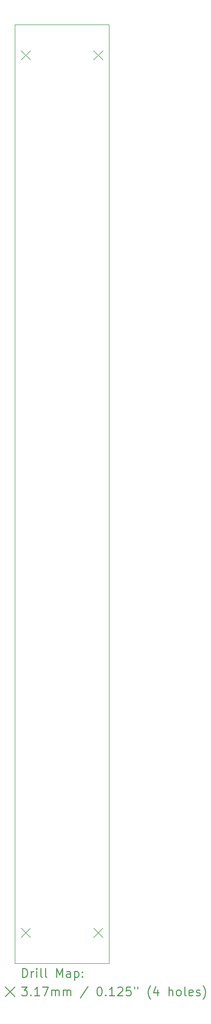
<source format=gbr>
%FSLAX45Y45*%
G04 Gerber Fmt 4.5, Leading zero omitted, Abs format (unit mm)*
G04 Created by KiCad (PCBNEW 4.0.7) date Tue Jul 24 07:38:59 2018*
%MOMM*%
%LPD*%
G01*
G04 APERTURE LIST*
%ADD10C,0.127000*%
%ADD11C,0.150000*%
%ADD12C,0.200000*%
%ADD13C,0.300000*%
G04 APERTURE END LIST*
D10*
D11*
X8100000Y-32050000D02*
X11340000Y-32050000D01*
X8100000Y50000D02*
X11340000Y50000D01*
X11340000Y50000D02*
X11340000Y-32050000D01*
X8100000Y50000D02*
X8100000Y-32050000D01*
D12*
X8316010Y-841250D02*
X8633510Y-1158750D01*
X8633510Y-841250D02*
X8316010Y-1158750D01*
X8316010Y-30841250D02*
X8633510Y-31158750D01*
X8633510Y-30841250D02*
X8316010Y-31158750D01*
X10805250Y-841250D02*
X11122750Y-1158750D01*
X11122750Y-841250D02*
X10805250Y-1158750D01*
X10805250Y-30841250D02*
X11122750Y-31158750D01*
X11122750Y-30841250D02*
X10805250Y-31158750D01*
D13*
X8363928Y-32523214D02*
X8363928Y-32223214D01*
X8435357Y-32223214D01*
X8478214Y-32237500D01*
X8506786Y-32266071D01*
X8521071Y-32294643D01*
X8535357Y-32351786D01*
X8535357Y-32394643D01*
X8521071Y-32451786D01*
X8506786Y-32480357D01*
X8478214Y-32508929D01*
X8435357Y-32523214D01*
X8363928Y-32523214D01*
X8663929Y-32523214D02*
X8663929Y-32323214D01*
X8663929Y-32380357D02*
X8678214Y-32351786D01*
X8692500Y-32337500D01*
X8721071Y-32323214D01*
X8749643Y-32323214D01*
X8849643Y-32523214D02*
X8849643Y-32323214D01*
X8849643Y-32223214D02*
X8835357Y-32237500D01*
X8849643Y-32251786D01*
X8863929Y-32237500D01*
X8849643Y-32223214D01*
X8849643Y-32251786D01*
X9035357Y-32523214D02*
X9006786Y-32508929D01*
X8992500Y-32480357D01*
X8992500Y-32223214D01*
X9192500Y-32523214D02*
X9163929Y-32508929D01*
X9149643Y-32480357D01*
X9149643Y-32223214D01*
X9535357Y-32523214D02*
X9535357Y-32223214D01*
X9635357Y-32437500D01*
X9735357Y-32223214D01*
X9735357Y-32523214D01*
X10006786Y-32523214D02*
X10006786Y-32366071D01*
X9992500Y-32337500D01*
X9963929Y-32323214D01*
X9906786Y-32323214D01*
X9878214Y-32337500D01*
X10006786Y-32508929D02*
X9978214Y-32523214D01*
X9906786Y-32523214D01*
X9878214Y-32508929D01*
X9863929Y-32480357D01*
X9863929Y-32451786D01*
X9878214Y-32423214D01*
X9906786Y-32408929D01*
X9978214Y-32408929D01*
X10006786Y-32394643D01*
X10149643Y-32323214D02*
X10149643Y-32623214D01*
X10149643Y-32337500D02*
X10178214Y-32323214D01*
X10235357Y-32323214D01*
X10263929Y-32337500D01*
X10278214Y-32351786D01*
X10292500Y-32380357D01*
X10292500Y-32466071D01*
X10278214Y-32494643D01*
X10263929Y-32508929D01*
X10235357Y-32523214D01*
X10178214Y-32523214D01*
X10149643Y-32508929D01*
X10421071Y-32494643D02*
X10435357Y-32508929D01*
X10421071Y-32523214D01*
X10406786Y-32508929D01*
X10421071Y-32494643D01*
X10421071Y-32523214D01*
X10421071Y-32337500D02*
X10435357Y-32351786D01*
X10421071Y-32366071D01*
X10406786Y-32351786D01*
X10421071Y-32337500D01*
X10421071Y-32366071D01*
X7775000Y-32858750D02*
X8092500Y-33176250D01*
X8092500Y-32858750D02*
X7775000Y-33176250D01*
X8335357Y-32853214D02*
X8521071Y-32853214D01*
X8421071Y-32967500D01*
X8463929Y-32967500D01*
X8492500Y-32981786D01*
X8506786Y-32996071D01*
X8521071Y-33024643D01*
X8521071Y-33096071D01*
X8506786Y-33124643D01*
X8492500Y-33138929D01*
X8463929Y-33153214D01*
X8378214Y-33153214D01*
X8349643Y-33138929D01*
X8335357Y-33124643D01*
X8649643Y-33124643D02*
X8663929Y-33138929D01*
X8649643Y-33153214D01*
X8635357Y-33138929D01*
X8649643Y-33124643D01*
X8649643Y-33153214D01*
X8949643Y-33153214D02*
X8778214Y-33153214D01*
X8863928Y-33153214D02*
X8863928Y-32853214D01*
X8835357Y-32896071D01*
X8806786Y-32924643D01*
X8778214Y-32938929D01*
X9049643Y-32853214D02*
X9249643Y-32853214D01*
X9121071Y-33153214D01*
X9363929Y-33153214D02*
X9363929Y-32953214D01*
X9363929Y-32981786D02*
X9378214Y-32967500D01*
X9406786Y-32953214D01*
X9449643Y-32953214D01*
X9478214Y-32967500D01*
X9492500Y-32996071D01*
X9492500Y-33153214D01*
X9492500Y-32996071D02*
X9506786Y-32967500D01*
X9535357Y-32953214D01*
X9578214Y-32953214D01*
X9606786Y-32967500D01*
X9621071Y-32996071D01*
X9621071Y-33153214D01*
X9763929Y-33153214D02*
X9763929Y-32953214D01*
X9763929Y-32981786D02*
X9778214Y-32967500D01*
X9806786Y-32953214D01*
X9849643Y-32953214D01*
X9878214Y-32967500D01*
X9892500Y-32996071D01*
X9892500Y-33153214D01*
X9892500Y-32996071D02*
X9906786Y-32967500D01*
X9935357Y-32953214D01*
X9978214Y-32953214D01*
X10006786Y-32967500D01*
X10021071Y-32996071D01*
X10021071Y-33153214D01*
X10606786Y-32838929D02*
X10349643Y-33224643D01*
X10992500Y-32853214D02*
X11021071Y-32853214D01*
X11049643Y-32867500D01*
X11063928Y-32881786D01*
X11078214Y-32910357D01*
X11092500Y-32967500D01*
X11092500Y-33038929D01*
X11078214Y-33096071D01*
X11063928Y-33124643D01*
X11049643Y-33138929D01*
X11021071Y-33153214D01*
X10992500Y-33153214D01*
X10963928Y-33138929D01*
X10949643Y-33124643D01*
X10935357Y-33096071D01*
X10921071Y-33038929D01*
X10921071Y-32967500D01*
X10935357Y-32910357D01*
X10949643Y-32881786D01*
X10963928Y-32867500D01*
X10992500Y-32853214D01*
X11221071Y-33124643D02*
X11235357Y-33138929D01*
X11221071Y-33153214D01*
X11206786Y-33138929D01*
X11221071Y-33124643D01*
X11221071Y-33153214D01*
X11521071Y-33153214D02*
X11349643Y-33153214D01*
X11435357Y-33153214D02*
X11435357Y-32853214D01*
X11406785Y-32896071D01*
X11378214Y-32924643D01*
X11349643Y-32938929D01*
X11635357Y-32881786D02*
X11649643Y-32867500D01*
X11678214Y-32853214D01*
X11749643Y-32853214D01*
X11778214Y-32867500D01*
X11792500Y-32881786D01*
X11806785Y-32910357D01*
X11806785Y-32938929D01*
X11792500Y-32981786D01*
X11621071Y-33153214D01*
X11806785Y-33153214D01*
X12078214Y-32853214D02*
X11935357Y-32853214D01*
X11921071Y-32996071D01*
X11935357Y-32981786D01*
X11963928Y-32967500D01*
X12035357Y-32967500D01*
X12063928Y-32981786D01*
X12078214Y-32996071D01*
X12092500Y-33024643D01*
X12092500Y-33096071D01*
X12078214Y-33124643D01*
X12063928Y-33138929D01*
X12035357Y-33153214D01*
X11963928Y-33153214D01*
X11935357Y-33138929D01*
X11921071Y-33124643D01*
X12206786Y-32853214D02*
X12206786Y-32910357D01*
X12321071Y-32853214D02*
X12321071Y-32910357D01*
X12763928Y-33267500D02*
X12749643Y-33253214D01*
X12721071Y-33210357D01*
X12706785Y-33181786D01*
X12692500Y-33138929D01*
X12678214Y-33067500D01*
X12678214Y-33010357D01*
X12692500Y-32938929D01*
X12706785Y-32896071D01*
X12721071Y-32867500D01*
X12749643Y-32824643D01*
X12763928Y-32810357D01*
X13006785Y-32953214D02*
X13006785Y-33153214D01*
X12935357Y-32838929D02*
X12863928Y-33053214D01*
X13049643Y-33053214D01*
X13392500Y-33153214D02*
X13392500Y-32853214D01*
X13521071Y-33153214D02*
X13521071Y-32996071D01*
X13506785Y-32967500D01*
X13478214Y-32953214D01*
X13435357Y-32953214D01*
X13406785Y-32967500D01*
X13392500Y-32981786D01*
X13706785Y-33153214D02*
X13678214Y-33138929D01*
X13663928Y-33124643D01*
X13649643Y-33096071D01*
X13649643Y-33010357D01*
X13663928Y-32981786D01*
X13678214Y-32967500D01*
X13706785Y-32953214D01*
X13749643Y-32953214D01*
X13778214Y-32967500D01*
X13792500Y-32981786D01*
X13806785Y-33010357D01*
X13806785Y-33096071D01*
X13792500Y-33124643D01*
X13778214Y-33138929D01*
X13749643Y-33153214D01*
X13706785Y-33153214D01*
X13978214Y-33153214D02*
X13949643Y-33138929D01*
X13935357Y-33110357D01*
X13935357Y-32853214D01*
X14206786Y-33138929D02*
X14178214Y-33153214D01*
X14121071Y-33153214D01*
X14092500Y-33138929D01*
X14078214Y-33110357D01*
X14078214Y-32996071D01*
X14092500Y-32967500D01*
X14121071Y-32953214D01*
X14178214Y-32953214D01*
X14206786Y-32967500D01*
X14221071Y-32996071D01*
X14221071Y-33024643D01*
X14078214Y-33053214D01*
X14335357Y-33138929D02*
X14363928Y-33153214D01*
X14421071Y-33153214D01*
X14449643Y-33138929D01*
X14463928Y-33110357D01*
X14463928Y-33096071D01*
X14449643Y-33067500D01*
X14421071Y-33053214D01*
X14378214Y-33053214D01*
X14349643Y-33038929D01*
X14335357Y-33010357D01*
X14335357Y-32996071D01*
X14349643Y-32967500D01*
X14378214Y-32953214D01*
X14421071Y-32953214D01*
X14449643Y-32967500D01*
X14563928Y-33267500D02*
X14578214Y-33253214D01*
X14606786Y-33210357D01*
X14621071Y-33181786D01*
X14635357Y-33138929D01*
X14649643Y-33067500D01*
X14649643Y-33010357D01*
X14635357Y-32938929D01*
X14621071Y-32896071D01*
X14606786Y-32867500D01*
X14578214Y-32824643D01*
X14563928Y-32810357D01*
M02*

</source>
